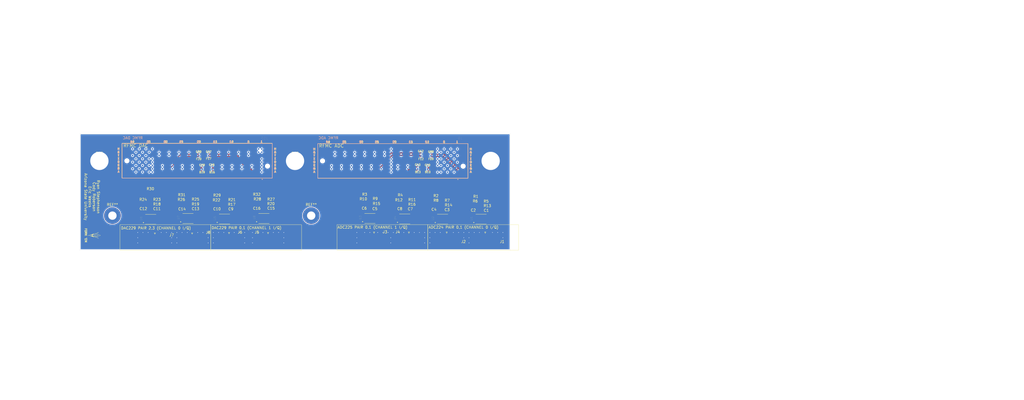
<source format=kicad_pcb>
(kicad_pcb (version 20211014) (generator pcbnew)
  (layers (0 "F.Cu" signal) (1 "In1.Cu" power) (2 "In2.Cu" signal) (31 "B.Cu" signal) (34 "B.Paste" user) (35 "F.Paste" user) (36 "B.SilkS" user "B.Silkscreen") (37 "F.SilkS" user "F.Silkscreen") (38 "B.Mask" user) (39 "F.Mask" user) (44 "Edge.Cuts" user))
  (net 0 "")
  (net 1 "Net-(C1-Pad2)")
  (net 2 "Net-(C1-Pad1)")
  (net 3 "Net-(C2-Pad2)")
  (net 4 "Net-(C2-Pad1)")
  (net 5 "Net-(C3-Pad2)")
  (net 6 "Net-(C3-Pad1)")
  (net 7 "Net-(C4-Pad2)")
  (net 8 "Net-(C4-Pad1)")
  (net 9 "Net-(C5-Pad2)")
  (net 10 "Net-(C5-Pad1)")
  (net 11 "Net-(C6-Pad2)")
  (net 12 "Net-(C6-Pad1)")
  (net 13 "Net-(C7-Pad2)")
  (net 14 "Net-(C7-Pad1)")
  (net 15 "Net-(C8-Pad2)")
  (net 16 "Net-(C8-Pad1)")
  (net 17 "Net-(C9-Pad2)")
  (net 18 "Net-(C9-Pad1)")
  (net 19 "Net-(C10-Pad2)")
  (net 20 "Net-(C10-Pad1)")
  (net 21 "Net-(C11-Pad2)")
  (net 22 "Net-(C11-Pad1)")
  (net 23 "Net-(C12-Pad2)")
  (net 24 "Net-(C12-Pad1)")
  (net 25 "Net-(C13-Pad2)")
  (net 26 "Net-(C13-Pad1)")
  (net 27 "Net-(C14-Pad2)")
  (net 28 "Net-(C14-Pad1)")
  (net 29 "Net-(C15-Pad2)")
  (net 30 "Net-(C15-Pad1)")
  (net 31 "Net-(C16-Pad2)")
  (net 32 "Net-(C16-Pad1)")
  (net 33 "Net-(J1-Pad1)")
  (net 34 "GND")
  (net 35 "Net-(J2-Pad1)")
  (net 36 "Net-(J3-Pad1)")
  (net 37 "Net-(J4-Pad1)")
  (net 38 "Net-(J5-Pad1)")
  (net 39 "Net-(J6-Pad1)")
  (net 40 "Net-(J7-Pad1)")
  (net 41 "Net-(J8-Pad1)")
  (net 42 "ADC_A0_P")
  (net 43 "ADC_A0_N")
  (net 44 "ADC_A1_P")
  (net 45 "ADC_A1_N")
  (net 46 "ADC_B0_N")
  (net 47 "ADC_B0_P")
  (net 48 "ADC_B1_N")
  (net 49 "ADC_B1_P")
  (net 50 "DAC_B0_N")
  (net 51 "DAC_B0_P")
  (net 52 "DAC_A1_P")
  (net 53 "DAC_A1_N")
  (net 54 "DAC_A0_P")
  (net 55 "DAC_A0_N")
  (net 56 "DAC_B1_N")
  (net 57 "DAC_B1_P")
  (net 58 "/FMC BANK 0 (ADC)/ADCIO_02")
  (net 59 "/FMC BANK 0 (ADC)/ADCIO_07")
  (net 60 "/FMC BANK 0 (ADC)/ADCIO_12")
  (net 61 "/FMC BANK 0 (ADC)/ADCIO_17")
  (net 62 "/FMC BANK 0 (ADC)/ADCIO_18")
  (net 63 "/FMC BANK 0 (ADC)/ADCIO_19")
  (net 64 "/FMC BANK 0 (ADC)/UTIL_3V3")
  (net 65 "/FMC BANK 0 (ADC)/VCM23_227")
  (net 66 "ADC_D1_P")
  (net 67 "ADC_C1_P")
  (net 68 "ADC_D1_N")
  (net 69 "ADC_C1_N")
  (net 70 "ADC_D0_P")
  (net 71 "ADC_C0_P")
  (net 72 "ADC_D0_N")
  (net 73 "ADC_C0_N")
  (net 74 "/FMC BANK 0 (ADC)/ADCIO_15")
  (net 75 "/FMC BANK 0 (ADC)/ADCIO_16")
  (net 76 "/FMC BANK 0 (ADC)/RFMC_I2C_SCL")
  (net 77 "/FMC BANK 0 (ADC)/VCM01_227")
  (net 82 "/FMC BANK 0 (ADC)/ADC_CLKIN_1_P")
  (net 83 "/FMC BANK 0 (ADC)/ADC_CLKIN_3_P")
  (net 84 "/FMC BANK 0 (ADC)/ADCIO_13")
  (net 85 "/FMC BANK 0 (ADC)/ADCIO_14")
  (net 86 "/FMC BANK 0 (ADC)/VCM23_226")
  (net 91 "/FMC BANK 0 (ADC)/ADC_CLKIN_1_N")
  (net 92 "/FMC BANK 0 (ADC)/ADC_CLKIN_3_N")
  (net 93 "/FMC BANK 0 (ADC)/ADCIO_10")
  (net 94 "/FMC BANK 0 (ADC)/ADCIO_11")
  (net 95 "/FMC BANK 0 (ADC)/RFMC_I2C_SDA")
  (net 96 "/FMC BANK 0 (ADC)/VCM01_226")
  (net 97 "/FMC BANK 0 (ADC)/ADCIO_08")
  (net 98 "/FMC BANK 0 (ADC)/ADCIO_09")
  (net 99 "/FMC BANK 0 (ADC)/VCM23_225")
  (net 100 "/FMC BANK 0 (ADC)/ADCIO_05")
  (net 101 "/FMC BANK 0 (ADC)/ADCIO_06")
  (net 102 "/FMC BANK 0 (ADC)/VCC1V8_BUS")
  (net 103 "/FMC BANK 0 (ADC)/VCM01_225")
  (net 108 "/FMC BANK 0 (ADC)/ADC_CLKIN_0_P")
  (net 109 "/FMC BANK 0 (ADC)/ADC_CLKIN_2_P")
  (net 110 "/FMC BANK 0 (ADC)/ADCIO_03")
  (net 111 "/FMC BANK 0 (ADC)/VCM23_224")
  (net 116 "/FMC BANK 0 (ADC)/ADC_CLKIN_0_N")
  (net 117 "/FMC BANK 0 (ADC)/ADC_CLKIN_2_N")
  (net 118 "/FMC BANK 0 (ADC)/ADCIO_00")
  (net 119 "/FMC BANK 0 (ADC)/ADCIO_01")
  (net 120 "/FMC BANK 0 (ADC)/VCM01_224")
  (net 139 "/FMC BANK 1 (DAC)/VCC12_SW")
  (net 140 "/FMC BANK 1 (DAC)/DAC_AVTT_BUS")
  (net 141 "/FMC BANK 1 (DAC)/UTIL_3V3")
  (net 142 "/FMC BANK 1 (DAC)/DACIO_17")
  (net 143 "/FMC BANK 1 (DAC)/DACIO_18")
  (net 144 "/FMC BANK 1 (DAC)/DACIO_19")
  (net 145 "/FMC BANK 1 (DAC)/DAC_CLKIN_1_P")
  (net 146 "/FMC BANK 1 (DAC)/DAC_CLKIN_3_P")
  (net 147 "/FMC BANK 1 (DAC)/RFMC_DAC_01_P")
  (net 148 "/FMC BANK 1 (DAC)/RFMC_DAC_03_P")
  (net 151 "/FMC BANK 1 (DAC)/DACIO_15")
  (net 152 "/FMC BANK 1 (DAC)/DACIO_16")
  (net 153 "/FMC BANK 1 (DAC)/DAC_CLKIN_1_N")
  (net 154 "/FMC BANK 1 (DAC)/DAC_CLKIN_3_N")
  (net 155 "/FMC BANK 1 (DAC)/RFMC_DAC_01_N")
  (net 156 "/FMC BANK 1 (DAC)/RFMC_DAC_03_N")
  (net 159 "/FMC BANK 1 (DAC)/DACIO_12")
  (net 160 "/FMC BANK 1 (DAC)/DACIO_13")
  (net 161 "/FMC BANK 1 (DAC)/DACIO_14")
  (net 162 "/FMC BANK 1 (DAC)/DACIO_10")
  (net 163 "/FMC BANK 1 (DAC)/DACIO_11")
  (net 164 "/FMC BANK 1 (DAC)/DACIO_07")
  (net 165 "/FMC BANK 1 (DAC)/DACIO_08")
  (net 166 "/FMC BANK 1 (DAC)/DACIO_09")
  (net 167 "/FMC BANK 1 (DAC)/DAC_CLKIN_0_P")
  (net 168 "/FMC BANK 1 (DAC)/DAC_CLKIN_2_P")
  (net 169 "/FMC BANK 1 (DAC)/RFMC_DAC_00_P")
  (net 170 "/FMC BANK 1 (DAC)/RFMC_DAC_02_P")
  (net 173 "/FMC BANK 1 (DAC)/VCC1V8_BUS")
  (net 174 "/FMC BANK 1 (DAC)/DACIO_05")
  (net 175 "/FMC BANK 1 (DAC)/DACIO_06")
  (net 176 "/FMC BANK 1 (DAC)/DAC_CLKIN_0_N")
  (net 177 "/FMC BANK 1 (DAC)/DAC_CLKIN_2_N")
  (net 178 "/FMC BANK 1 (DAC)/RFMC_DAC_00_N")
  (net 179 "/FMC BANK 1 (DAC)/RFMC_DAC_02_N")
  (net 182 "/FMC BANK 1 (DAC)/DACIO_02")
  (net 183 "/FMC BANK 1 (DAC)/DACIO_03")
  (net 184 "/FMC BANK 1 (DAC)/DACIO_04")
  (net 185 "/FMC BANK 1 (DAC)/DACIO_00")
  (net 186 "/FMC BANK 1 (DAC)/DACIO_01")
  (footprint "Capacitor_SMD:C_0402_1005Metric" (layer "F.Cu") (at 212.2077 89.5427 90)
    (fp_text reference "C1")
    (fp_text value ".01u")
  )
  (footprint "Capacitor_SMD:C_0402_1005Metric" (layer "F.Cu") (at 211.1917 89.5427 90)
    (fp_text reference "C2")
    (fp_text value ".01u")
  )
  (footprint "Capacitor_SMD:C_0402_1005Metric" (layer "F.Cu") (at 197.1257 89.2667 90)
    (fp_text reference "C3")
    (fp_text value ".01u")
  )
  (footprint "Capacitor_SMD:C_0402_1005Metric" (layer "F.Cu") (at 196.1097 89.2667 90)
    (fp_text reference "C4")
    (fp_text value ".01u")
  )
  (footprint "Capacitor_SMD:C_0402_1005Metric" (layer "F.Cu") (at 169.6463 88.7273 90)
    (fp_text reference "C5")
    (fp_text value ".01u")
  )
  (footprint "Capacitor_SMD:C_0402_1005Metric" (layer "F.Cu") (at 168.6303 88.7273 90)
    (fp_text reference "C6")
    (fp_text value ".01u")
  )
  (footprint "Capacitor_SMD:C_0402_1005Metric" (layer "F.Cu") (at 183.1303 88.9873 90)
    (fp_text reference "C7")
    (fp_text value ".01u")
  )
  (footprint "Capacitor_SMD:C_0402_1005Metric" (layer "F.Cu") (at 182.1143 88.9873 90)
    (fp_text reference "C8")
    (fp_text value ".01u")
  )
  (footprint "Capacitor_SMD:C_0402_1005Metric" (layer "F.Cu") (at 113.864 88.9715 90)
    (fp_text reference "C9")
    (fp_text value ".01u")
  )
  (footprint "Capacitor_SMD:C_0402_1005Metric" (layer "F.Cu") (at 112.848 88.9715 90)
    (fp_text reference "C10")
    (fp_text value ".01u")
  )
  (footprint "Capacitor_SMD:C_0402_1005Metric" (layer "F.Cu") (at 85.3152 88.8699 90)
    (fp_text reference "C11")
    (fp_text value ".01u")
  )
  (footprint "Capacitor_SMD:C_0402_1005Metric" (layer "F.Cu") (at 84.2992 88.8699 90)
    (fp_text reference "C12")
    (fp_text value ".01u")
  )
  (footprint "Capacitor_SMD:C_0402_1005Metric" (layer "F.Cu") (at 99.9702 88.9259 90)
    (fp_text reference "C13")
    (fp_text value ".01u")
  )
  (footprint "Capacitor_SMD:C_0402_1005Metric" (layer "F.Cu") (at 98.9542 88.9259 90)
    (fp_text reference "C14")
    (fp_text value ".01u")
  )
  (footprint "Capacitor_SMD:C_0402_1005Metric" (layer "F.Cu") (at 128.9516 88.7175 90)
    (fp_text reference "C15")
    (fp_text value ".01u")
  )
  (footprint "Capacitor_SMD:C_0402_1005Metric" (layer "F.Cu") (at 127.9356 88.7175 90)
    (fp_text reference "C16")
    (fp_text value ".01u")
  )
  (footprint "Connector_Coaxial:SMA_Amphenol_132289_EdgeMount" (layer "F.Cu") (at 213.2237 101.526 -90)
    (fp_text reference "J1")
    (fp_text value "Conn_Coaxial")
  )
  (footprint "Connector_Coaxial:SMA_Amphenol_132289_EdgeMount" (layer "F.Cu") (at 198.4592 101.526 -90)
    (fp_text reference "J2")
    (fp_text value "Conn_Coaxial")
  )
  (footprint "Connector_Coaxial:SMA_Amphenol_132289_EdgeMount" (layer "F.Cu") (at 170.5988 101.526 -90)
    (fp_text reference "J3")
    (fp_text value "Conn_Coaxial")
  )
  (footprint "Connector_Coaxial:SMA_Amphenol_132289_EdgeMount" (layer "F.Cu") (at 183.9558 101.526 -90)
    (fp_text reference "J4")
    (fp_text value "Conn_Coaxial")
  )
  (footprint "Connector_Coaxial:SMA_Amphenol_132289_EdgeMount" (layer "F.Cu") (at 115.007 101.6995 -90)
    (fp_text reference "J6")
    (fp_text value "Conn_Coaxial")
  )
  (footprint "Connector_Coaxial:SMA_Amphenol_132289_EdgeMount" (layer "F.Cu") (at 86.5725 101.8519 -90)
    (fp_text reference "J7")
    (fp_text value "Conn_Coaxial")
  )
  (footprint "Connector_Coaxial:SMA_Amphenol_132289_EdgeMount" (layer "F.Cu") (at 100.8592 101.8519 -90)
    (fp_text reference "J8")
    (fp_text value "Conn_Coaxial")
  )
  (footprint "Connector_Coaxial:SMA_Amphenol_132289_EdgeMount" (layer "F.Cu") (at 129.9676 101.6995 -90)
    (fp_text reference "J5")
    (fp_text value "Conn_Coaxial")
  )
  (footprint "Resistor_SMD:R_0402_1005Metric" (layer "F.Cu") (at 211.6977 84.1807 180)
    (fp_text reference "R1")
    (fp_text value "590")
  )
  (footprint "Resistor_SMD:R_0402_1005Metric" (layer "F.Cu") (at 196.6197 83.9047 180)
    (fp_text reference "R2")
    (fp_text value "590")
  )
  (footprint "Resistor_SMD:R_0402_1005Metric" (layer "F.Cu") (at 169.1363 83.3653 180)
    (fp_text reference "R3")
    (fp_text value "590")
  )
  (footprint "Resistor_SMD:R_0402_1005Metric" (layer "F.Cu") (at 182.6243 83.6253 180)
    (fp_text reference "R4")
    (fp_text value "590")
  )
  (footprint "Resistor_SMD:R_0402_1005Metric" (layer "F.Cu") (at 212.2077 85.9567 90)
    (fp_text reference "R5")
    (fp_text value "17.4")
  )
  (footprint "Resistor_SMD:R_0402_1005Metric" (layer "F.Cu") (at 211.1917 85.9567 90)
    (fp_text reference "R6")
    (fp_text value "17.4")
  )
  (footprint "Resistor_SMD:R_0402_1005Metric" (layer "F.Cu") (at 197.1257 85.6807 90)
    (fp_text reference "R7")
    (fp_text value "17.4")
  )
  (footprint "Resistor_SMD:R_0402_1005Metric" (layer "F.Cu") (at 196.1097 85.6807 90)
    (fp_text reference "R8")
    (fp_text value "17.4")
  )
  (footprint "Resistor_SMD:R_0402_1005Metric" (layer "F.Cu") (at 169.6463 85.1413 90)
    (fp_text reference "R9")
    (fp_text value "17.4")
  )
  (footprint "Resistor_SMD:R_0402_1005Metric" (layer "F.Cu") (at 168.6303 85.1413 90)
    (fp_text reference "R10")
    (fp_text value "17.4")
  )
  (footprint "Resistor_SMD:R_0402_1005Metric" (layer "F.Cu") (at 183.1303 85.4013 90)
    (fp_text reference "R11")
    (fp_text value "17.4")
  )
  (footprint "Resistor_SMD:R_0402_1005Metric" (layer "F.Cu") (at 182.1143 85.4013 90)
    (fp_text reference "R12")
    (fp_text value "17.4")
  )
  (footprint "Resistor_SMD:R_0402_1005Metric" (layer "F.Cu") (at 211.7017 87.7367 180)
    (fp_text reference "R13")
    (fp_text value "590")
  )
  (footprint "Resistor_SMD:R_0402_1005Metric" (layer "F.Cu") (at 196.6157 87.4607 180)
    (fp_text reference "R14")
    (fp_text value "590")
  )
  (footprint "Resistor_SMD:R_0402_1005Metric" (layer "F.Cu") (at 169.1363 86.9213 180)
    (fp_text reference "R15")
    (fp_text value "590")
  )
  (footprint "Resistor_SMD:R_0402_1005Metric" (layer "F.Cu") (at 182.6203 87.1813 180)
    (fp_text reference "R16")
    (fp_text value "590")
  )
  (footprint "Resistor_SMD:R_0402_1005Metric" (layer "F.Cu") (at 113.354 87.2215)
    (fp_text reference "R17")
    (fp_text value "590")
  )
  (footprint "Resistor_SMD:R_0402_1005Metric" (layer "F.Cu") (at 84.8092 87.1199)
    (fp_text reference "R18")
    (fp_text value "590")
  )
  (footprint "Resistor_SMD:R_0402_1005Metric" (layer "F.Cu") (at 99.4602 87.1199)
    (fp_text reference "R19")
    (fp_text value "590")
  )
  (footprint "Resistor_SMD:R_0402_1005Metric" (layer "F.Cu") (at 128.4416 86.9675)
    (fp_text reference "R20")
    (fp_text value "590")
  )
  (footprint "Resistor_SMD:R_0402_1005Metric" (layer "F.Cu") (at 113.864 85.4923 90)
    (fp_text reference "R21")
    (fp_text value "17.4")
  )
  (footprint "Resistor_SMD:R_0402_1005Metric" (layer "F.Cu") (at 112.848 85.4923 90)
    (fp_text reference "R22")
    (fp_text value "17.4")
  )
  (footprint "Resistor_SMD:R_0402_1005Metric" (layer "F.Cu") (at 85.3152 85.3439 90)
    (fp_text reference "R23")
    (fp_text value "17.4")
  )
  (footprint "Resistor_SMD:R_0402_1005Metric" (layer "F.Cu") (at 84.2992 85.3439 90)
    (fp_text reference "R24")
    (fp_text value "17.4")
  )
  (footprint "Resistor_SMD:R_0402_1005Metric" (layer "F.Cu") (at 99.9702 85.3399 90)
    (fp_text reference "R25")
    (fp_text value "17.4")
  )
  (footprint "Resistor_SMD:R_0402_1005Metric" (layer "F.Cu") (at 98.9542 85.3399 90)
    (fp_text reference "R26")
    (fp_text value "17.4")
  )
  (footprint "Resistor_SMD:R_0402_1005Metric" (layer "F.Cu") (at 128.9516 85.1875 90)
    (fp_text reference "R27")
    (fp_text value "17.4")
  )
  (footprint "Resistor_SMD:R_0402_1005Metric" (layer "F.Cu") (at 127.9356 85.1875 90)
    (fp_text reference "R28")
    (fp_text value "17.4")
  )
  (footprint "Resistor_SMD:R_0402_1005Metric" (layer "F.Cu") (at 113.354 83.6655)
    (fp_text reference "R29")
    (fp_text value "590")
  )
  (footprint "Resistor_SMD:R_0402_1005Metric" (layer "F.Cu") (at 84.8052 83.5639)
    (fp_text reference "R30")
    (fp_text value "590")
  )
  (footprint "Resistor_SMD:R_0402_1005Metric" (layer "F.Cu") (at 99.4642 83.5639)
    (fp_text reference "R31")
    (fp_text value "590")
  )
  (footprint "Resistor_SMD:R_0402_1005Metric" (layer "F.Cu") (at 128.4416 83.4115)
    (fp_text reference "R32")
    (fp_text value "590")
  )
  (footprint "MINICIRCUITS:XFMR_TCM2-33WX+" (layer "F.Cu") (at 211.6337 92.9 90)
    (fp_text reference "U1")
    (fp_text value "TCM2-33WX+")
  )
  (footprint "MINICIRCUITS:XFMR_TCM2-33WX+" (layer "F.Cu") (at 196.8692 92.9 90)
    (fp_text reference "U2")
    (fp_text value "TCM2-33WX+")
  )
  (footprint "MINICIRCUITS:XFMR_TCM2-33WX+" (layer "F.Cu") (at 169.008793 92.572801 90)
    (fp_text reference "U3")
    (fp_text value "TCM2-33WX+")
  )
  (footprint "MINICIRCUITS:XFMR_TCM2-33WX+" (layer "F.Cu") (at 182.3658 92.8328 90)
    (fp_text reference "U4")
    (fp_text value "TCM2-33WX+")
  )
  (footprint "MINICIRCUITS:XFMR_TCM2-33WX+" (layer "F.Cu") (at 113.2646 92.8603 90)
    (fp_text reference "U5")
    (fp_text value "TCM2-33WX+")
  )
  (footprint "MINICIRCUITS:XFMR_TCM2-33WX+" (layer "F.Cu") (at 84.9825 92.9365 90)
    (fp_text reference "U6")
    (fp_text value "TCM2-33WX+")
  )
  (footprint "MINICIRCUITS:XFMR_TCM2-33WX+" (layer "F.Cu") (at 99.2692 92.6444 90)
    (fp_text reference "U7")
    (fp_text value "TCM2-33WX+")
  )
  (footprint "MINICIRCUITS:XFMR_TCM2-33WX+" (layer "F.Cu") (at 128.3776 92.6063 90)
    (fp_text reference "U8")
    (fp_text value "TCM2-33WX+")
  )
  (footprint "MountingHole:MountingHole_2.2mm_M2_DIN965_Pad" (layer "F.Cu") (at 140.3104 70.526)
    (fp_text reference "REF")
    (fp_text value "MountingHole_2.2mm_M2_DIN965_Pad")
  )
  (footprint "MountingHole:MountingHole_2.2mm_M2_DIN965_Pad" (layer "F.Cu") (at 65.3042 70.526)
    (fp_text reference "REF")
    (fp_text value "MountingHole_2.2mm_M2_DIN965_Pad")
  )
  (footprint "LOGO" (layer "F.Cu") (at 63.3 99.1 -90)
    (fp_text reference "G***")
    (fp_text value "LOGO" hide)
  )
  (footprint "MountingHole:MountingHole_3.2mm_M3_Pad" (layer "F.Cu") (at 70.3042 91.526)
    (fp_text reference "REF**")
    (fp_text value "MountingHole_3.2mm_M3_Pad")
  )
  (footprint "MountingHole:MountingHole_3.2mm_M3_Pad" (layer "F.Cu") (at 146.5042 91.526)
    (fp_text reference "REF**")
    (fp_text value "MountingHole_3.2mm_M3_Pad")
  )
  (footprint "MountingHole:MountingHole_2.2mm_M2_DIN965_Pad" (layer "F.Cu") (at 215.3039 70.526)
    (fp_text reference "e")
    (fp_text value "MountingHole_2.2mm_M2_DIN965_Pad")
  )
  (footprint "LPAM:SAMTEC_LPAM-40-01.0-X-08-X-K-TR" (layer "B.Cu") (at 102.80536 70.494 180)
    (fp_text reference "J10")
    (fp_text value "LPAM-40-01.0-X-08-X-K-TR")
  )
  (footprint "LPAM:SAMTEC_LPAM-40-01.0-X-08-X-K-TR" (layer "B.Cu") (at 177.805048 70.526 180)
    (fp_text reference "J9")
    (fp_text value "LPAM-40-01.0-X-08-X-K-TR")
  )
  (gr_rect (start 149.05 63.9) (end 206.6 77.2) (layer "F.SilkS") (width 0.12) (fill none))
  (gr_rect (start 108 95) (end 142.8 104.8) (layer "F.SilkS") (width 0.12) (fill none))
  (gr_rect (start 191.2 95) (end 226 104.8) (layer "F.SilkS") (width 0.12) (fill none))
  (gr_rect (start 73.2 95) (end 108 104.8) (layer "F.SilkS") (width 0.12) (fill none))
  (gr_rect (start 156.4 95) (end 191.2 104.8) (layer "F.SilkS") (width 0.12) (fill none))
  (gr_rect (start 73.95 63.75) (end 131.6 77.1) (layer "F.SilkS") (width 0.12) (fill none))
  (gr_line (start 222.7842 104.689) (end 222.7842 60.08) (layer "Edge.Cuts") (width 0.05))
  (gr_line (start 222.7842 104.689) (end 57.6842 104.689) (layer "Edge.Cuts") (width 0.05))
  (gr_line (start 57.8842 60.08) (end 57.8842 104.689) (layer "Edge.Cuts") (width 0.05))
  (gr_line (start 222.7842 60.08) (end 57.8842 60.08) (layer "Edge.Cuts") (width 0.05))
  (gr_text "D" (at 207.580844 70.927151) (layer "B.SilkS") (effects (font (size 0.75 0.75) (thickness 0.1875)) (justify mirror)))
  (gr_text "D" (at 132.6 70.95) (layer "B.SilkS") (effects (font (size 0.75 0.75) (thickness 0.1875)) (justify mirror)))
  (gr_text "40" (at 152.85 63.2) (layer "B.SilkS") (effects (font (size 0.75 0.75) (thickness 0.1875)) (justify mirror)))
  (gr_text "30" (at 165.6 63.2) (layer "B.SilkS") (effects (font (size 0.75 0.75) (thickness 0.1875)) (justify mirror)))
  (gr_text "20" (at 103.345827 63.198096) (layer "B.SilkS") (effects (font (size 0.75 0.75) (thickness 0.1875)) (justify mirror)))
  (gr_text "H" (at 132.6 65.95) (layer "B.SilkS") (effects (font (size 0.75 0.75) (thickness 0.1875)) (justify mirror)))
  (gr_text "E" (at 147.590481 69.686627) (layer "B.SilkS") (effects (font (size 0.75 0.75) (thickness 0.1875)) (justify mirror)))
  (gr_text "D" (at 72.6 70.95) (layer "B.SilkS") (effects (font (size 0.75 0.75) (thickness 0.1875)) (justify mirror)))
  (gr_text "C" (at 147.590481 72.186627) (layer "B.SilkS") (effects (font (size 0.75 0.75) (thickness 0.1875)) (justify mirror)))
  (gr_text "D" (at 147.590481 70.936627) (layer "B.SilkS") (effects (font (size 0.75 0.75) (thickness 0.1875)) (justify mirror)))
  (gr_text "C" (at 207.580844 72.177151) (layer "B.SilkS") (effects (font (size 0.75 0.75) (thickness 0.1875)) (justify mirror)))
  (gr_text "25" (at 96.6 63.2) (layer "B.SilkS") (effects (font (size 0.75 0.75) (thickness 0.1875)) (justify mirror)))
  (gr_text "10" (at 115.85 63.2) (layer "B.SilkS") (effects (font (size 0.75 0.75) (thickness 0.1875)) (justify mirror)))
  (gr_text "F" (at 207.580844 68.427151) (layer "B.SilkS") (effects (font (size 0.75 0.75) (thickness 0.1875)) (justify mirror)))
  (gr_text "40" (at 77.85 63.2) (layer "B.SilkS") (effects (font (size 0.75 0.75) (thickness 0.1875)) (justify mirror)))
  (gr_text "H" (at 72.6 65.95) (layer "B.SilkS") (effects (font (size 0.75 0.75) (thickness 0.1875)) (justify mirror)))
  (gr_text "10" (at 190.85 63.2) (layer "B.SilkS") (effects (font (size 0.75 0.75) (thickness 0.1875)) (justify mirror)))
  (gr_text "G" (at 72.6 67.2) (layer "B.SilkS") (effects (font (size 0.75 0.75) (thickness 0.1875)) (justify mirror)))
  (gr_text "30" (at 90.6 63.2) (layer "B.SilkS") (effects (font (size 0.75 0.75) (thickness 0.1875)) (justify mirror)))
  (gr_text "A" (at 132.6 74.7) (layer "B.SilkS") (effects (font (size 0.75 0.75) (thickness 0.1875)) (justify mirror)))
  (gr_text "A" (at 207.580844 74.677151) (layer "B.SilkS") (effects (font (size 0.75 0.75) (thickness 0.1875)) (justify mirror)))
  (gr_text "E" (at 207.580844 69.677151) (layer "B.SilkS") (effects (font (size 0.75 0.75) (thickness 0.1875)) (justify mirror)))
  (gr_text "B" (at 207.580844 73.427151) (layer "B.SilkS") (effects (font (size 0.75 0.75) (thickness 0.1875)) (justify mirror)))
  (gr_text "5" (at 197.35 63.2) (layer "B.SilkS") (effects (font (size 0.75 0.75) (thickness 0.1875)) (justify mirror)))
  (gr_text "35" (at 159.1 63.2) (layer "B.SilkS") (effects (font (size 0.75 0.75) (thickness 0.1875)) (justify mirror)))
  (gr_text "B" (at 147.590481 73.436627) (layer "B.SilkS") (effects (font (size 0.75 0.75) (thickness 0.1875)) (justify mirror)))
  (gr_text "E" (at 72.6 69.7) (layer "B.SilkS") (effects (font (size 0.75 0.75) (thickness 0.1875)) (justify mirror)))
  (gr_text "RFMC ADC" (at 153.1 61.7) (layer "B.SilkS") (effects (font (size 1 1)) (justify mirror)))
  (gr_text "G" (at 207.580844 67.177151) (layer "B.SilkS") (effects (font (size 0.75 0.75) (thickness 0.1875)) (justify mirror)))
  (gr_text "1" (at 127.345827 63.198096) (layer "B.SilkS") (effects (font (size 0.75 0.75) (thickness 0.1875)) (justify mirror)))
  (gr_text "C" (at 72.6 72.2) (layer "B.SilkS") (effects (font (size 0.75 0.75) (thickness 0.1875)) (justify mirror)))
  (gr_text "H" (at 207.580844 65.927151) (layer "B.SilkS") (effects (font (size 0.75 0.75) (thickness 0.1875)) (justify mirror)))
  (gr_text "A" (at 72.6 74.7) (layer "B.SilkS") (effects (font (size 0.75 0.75) (thickness 0.1875)) (justify mirror)))
  (gr_text "A" (at 147.590481 74.686627) (layer "B.SilkS") (effects (font (size 0.75 0.75) (thickness 0.1875)) (justify mirror)))
  (gr_text "5" (at 122.35 63.2) (layer "B.SilkS") (effects (font (size 0.75 0.75) (thickness 0.1875)) (justify mirror)))
  (gr_text "20" (at 178.35 63.2) (layer "B.SilkS") (effects (font (size 0.75 0.75) (thickness 0.1875)) (justify mirror)))
  (gr_text "35" (at 84.1 63.2) (layer "B.SilkS") (effects (font (size 0.75 0.75) (thickness 0.1875)) (justify mirror)))
  (gr_text "15" (at 109.6 63.2) (layer "B.SilkS") (effects (font (size 0.75 0.75) (thickness 0.1875)) (justify mirror)))
  (gr_text "B" (at 132.6 73.45) (layer "B.SilkS") (effects (font (size 0.75 0.75) (thickness 0.1875)) (justify mirror)))
  (gr_text "G" (at 132.6 67.2) (layer "B.SilkS") (effects (font (size 0.75 0.75) (thickness 0.1875)) (justify mirror)))
  (gr_text "1" (at 202.35 63.2) (layer "B.SilkS") (effects (font (size 0.75 0.75) (thickness 0.1875)) (justify mirror)))
  (gr_text "F" (at 72.6 68.45) (layer "B.SilkS") (effects (font (size 0.75 0.75) (thickness 0.1875)) (justify mirror)))
  (gr_text "C" (at 132.6 72.2) (layer "B.SilkS") (effects (font (size 0.75 0.75) (thickness 0.1875)) (justify mirror)))
  (gr_text "F" (at 132.6 68.45) (layer "B.SilkS") (effects (font (size 0.75 0.75) (thickness 0.1875)) (justify mirror)))
  (gr_text "B" (at 72.6 73.45) (layer "B.SilkS") (effects (font (size 0.75 0.75) (thickness 0.1875)) (justify mirror)))
  (gr_text "25" (at 171.6 63.2) (layer "B.SilkS") (effects (font (size 0.75 0.75) (thickness 0.1875)) (justify mirror)))
  (gr_text "RFMC DAC" (at 78.1 61.7) (layer "B.SilkS") (effects (font (size 1 1)) (justify mirror)))
  (gr_text "E" (at 132.6 69.7) (layer "B.SilkS") (effects (font (size 0.75 0.75) (thickness 0.1875)) (justify mirror)))
  (gr_text "15" (at 184.6 63.2) (layer "B.SilkS") (effects (font (size 0.75 0.75) (thickness 0.1875)) (justify mirror)))
  (gr_text "G" (at 147.590481 67.186627) (layer "B.SilkS") (effects (font (size 0.75 0.75) (thickness 0.1875)) (justify mirror)))
  (gr_text "H" (at 147.590481 65.936627) (layer "B.SilkS") (effects (font (size 0.75 0.75) (thickness 0.1875)) (justify mirror)))
  (gr_text "F" (at 147.590481 68.436627) (layer "B.SilkS") (effects (font (size 0.75 0.75) (thickness 0.1875)) (justify mirror)))
  (gr_text "C" (at 147.75 72.25) (layer "F.SilkS") (effects (font (size 0.75 0.75) (thickness 0.1875))))
  (gr_text "G" (at 147.75 67.25) (layer "F.SilkS") (effects (font (size 0.75 0.75) (thickness 0.1875))))
  (gr_text "FORK 'EM" (at 60.1 99.1 270) (layer "F.SilkS") (effects (font (size 0.75 0.75) (thickness 0.1875))))
  (gr_text "DAC229 PAIR 0,1 (CHANNEL 1 I/Q)" (at 121.7 96.2) (layer "F.SilkS") (effects (font (size 1 1))))
  (gr_text "5" (at 197.5 63.25) (layer "F.SilkS") (effects (font (size 0.75 0.75) (thickness 0.1875))))
  (gr_text "15" (at 109.745827 63.148096) (layer "F.SilkS") (effects (font (size 0.75 0.75) (thickness 0.1875))))
  (gr_text "G20" (at 103.35 67) (layer "F.SilkS") (effects (font (size 0.75 0.75))))
  (gr_text "A" (at 72.681226 74.618216) (layer "F.SilkS") (effects (font (size 0.75 0.75) (thickness 0.1875))))
  (gr_text "1" (at 127.5 63.15) (layer "F.SilkS") (effects (font (size 0.75 0.75) (thickness 0.1875))))
  (gr_text "B10" (at 191.2 74.8) (layer "F.SilkS") (effects (font (size 0.75 0.75))))
  (gr_text "F09" (at 192.4 69.8) (layer "F.SilkS") (effects (font (size 0.75 0.75))))
  (gr_text "C" (at 207.75 72.25) (layer "F.SilkS") (effects (font (size 0.75 0.75) (thickness 0.1875))))
  (gr_text "C13" (at 187.3 72) (layer "F.SilkS") (effects (font (size 0.75 0.75))))
  (gr_text "25" (at 171.75 63.25) (layer "F.SilkS") (effects (font (size 0.75 0.75) (thickness 0.1875))))
  (gr_text "D" (at 207.75 71) (layer "F.SilkS") (effects (font (size 0.75 0.75) (thickness 0.1875))))
  (gr_text "40" (at 77.995827 63.148096) (layer "F.SilkS") (effects (font (size 0.75 0.75) (thickness 0.1875))))
  (gr_text "B13" (at 187.4 74.8) (layer "F.SilkS") (effects (font (size 0.75 0.75))))
  (gr_text "D" (at 147.75 71) (layer "F.SilkS") (effects (font (size 0.75 0.75) (thickness 0.1875))))
  (gr_text "E" (at 207.75 69.75) (layer "F.SilkS") (effects (font (size 0.75 0.75) (thickness 0.1875))))
  (gr_text "40" (at 153 63.25) (layer "F.SilkS") (effects (font (size 0.75 0.75) (thickness 0.1875))))
  (gr_text "F" (at 132.75 68.4) (layer "F.SilkS") (effects (font (size 0.75 0.75) (thickness 0.1875))))
  (gr_text "5" (at 122.495827 63.148096) (layer "F.SilkS") (effects (font (size 0.75 0.75) (thickness 0.1875))))
  (gr_text "B" (at 147.75 73.5) (layer "F.SilkS") (effects (font (size 0.75 0.75) (thickness 0.1875))))
  (gr_text "E" (at 132.75 69.65) (layer "F.SilkS") (effects (font (size 0.75 0.75) (thickness 0.1875))))
  (gr_text "D" (at 72.681226 70.868216) (layer "F.SilkS") (effects (font (size 0.75 0.75) (thickness 0.1875))))
  (gr_text "B" (at 207.75 73.5) (layer "F.SilkS") (effects (font (size 0.75 0.75) (thickness 0.1875))))
  (gr_text "Ryan Stephenson\nCody Roberson\nEric Weeks\nArizona State University" (at 62.5 84.3 270) (layer "F.SilkS") (effects (font (size 1 1))))
  (gr_text "G17" (at 107.2 67) (layer "F.SilkS") (effects (font (size 0.75 0.75))))
  (gr_text "F" (at 207.75 68.5) (layer "F.SilkS") (effects (font (size 0.75 0.75) (thickness 0.1875))))
  (gr_text "20" (at 103.5 63.15) (layer "F.SilkS") (effects (font (size 0.75 0.75) (thickness 0.1875))))
  (gr_text "H" (at 207.75 66) (layer "F.SilkS") (effects (font (size 0.75 0.75) (thickness 0.1875))))
  (gr_text "C10" (at 191.1 72.1) (layer "F.SilkS") (effects (font (size 0.75 0.75))))
  (gr_text "ADC225 PAIR 0,1 (CHANNEL 1 I/Q)" (at 170 96) (layer "F.SilkS") (effects (font (size 1 1))))
  (gr_text "F17" (at 107.2 69.7) (layer "F.SilkS") (effects (font (size 0.75 0.75))))
  (gr_text "15" (at 184.75 63.25) (layer "F.SilkS") (effects (font (size 0.75 0.75) (thickness 0.1875))))
  (gr_text "H" (at 72.681226 65.868216) (layer "F.SilkS") (effects (font (size 0.75 0.75) (thickness 0.1875))))
  (gr_text "20" (at 178.5 63.25) (layer "F.SilkS") (effects (font (size 0.75 0.75) (thickness 0.1875))))
  (gr_text "C19" (at 104.65 72.1) (layer "F.SilkS") (effects (font (size 0.75 0.75))))
  (gr_text "DAC229 PAIR 2,3 (CHANNEL 0 I/Q)" (at 87 96.3) (layer "F.SilkS") (effects (font (size 1 1))))
  (gr_text "35" (at 159.25 63.25) (layer "F.SilkS") (effects (font (size 0.75 0.75) (thickness 0.1875))))
  (gr_text "35" (at 84.245827 63.148096) (layer "F.SilkS") (effects (font (size 0.75 0.75) (thickness 0.1875))))
  (gr_text "C" (at 72.681226 72.118216) (layer "F.SilkS") (effects (font (size 0.75 0.75) (thickness 0.1875))))
  (gr_text "A" (at 147.75 74.75) (layer "F.SilkS") (effects (font (size 0.75 0.75) (thickness 0.1875))))
  (gr_text "G09" (at 192.4 67) (layer "F.SilkS") (effects (font (size 0.75 0.75))))
  (gr_text "G" (at 207.75 67.25) (layer "F.SilkS") (effects (font (size 0.75 0.75) (thickness 0.1875))))
  (gr_text "G" (at 132.75 67.15) (layer "F.SilkS") (effects (font (size 0.75 0.75) (thickness 0.1875))))
  (gr_text "A" (at 132.75 74.65) (layer "F.SilkS") (effects (font (size 0.75 0.75) (thickness 0.1875))))
  (gr_text "C16" (at 108.4 72) (layer "F.SilkS") (effects (font (size 0.75 0.75))))
  (gr_text "1" (at 202.5 63.25) (layer "F.SilkS") (effects (font (size 0.75 0.75) (thickness 0.1875))))
  (gr_text "G12" (at 188.5 66.8) (layer "F.SilkS") (effects (font (size 0.75 0.75))))
  (gr_text "C" (at 132.75 72.15) (layer "F.SilkS") (effects (font (size 0.75 0.75) (thickness 0.1875))))
  (gr_text "B19" (at 104.65 74.9) (layer "F.SilkS") (effects (font (size 0.75 0.75))))
  (gr_text "H" (at 147.75 66) (layer "F.SilkS") (effects (font (size 0.75 0.75) (thickness 0.1875))))
  (gr_text "A" (at 207.75 74.75) (layer "F.SilkS") (effects (font (size 0.75 0.75) (thickness 0.1875))))
  (gr_text "F12" (at 188.6 69.8) (layer "F.SilkS") (effects (font (size 0.75 0.75))))
  (gr_text "RFMC ADC" (at 154.25 64.75) (layer "F.SilkS") (effects (font (size 1.25 1.25))))
  (gr_text "RFMC DAC" (at 79.25 64.65) (layer "F.SilkS") (effects (font (size 1.25 1.25))))
  (gr_text "F20" (at 103.4 69.8) (layer "F.SilkS") (effects (font (size 0.75 0.75))))
  (gr_text "G" (at 72.681226 67.118216) (layer "F.SilkS") (effects (font (size 0.75 0.75) (thickness 0.1875))))
  (gr_text "B" (at 132.75 73.4) (layer "F.SilkS") (effects (font (size 0.75 0.75) (thickness 0.1875))))
  (gr_text "30" (at 90.745827 63.148096) (layer "F.SilkS") (effects (font (size 0.75 0.75) (thickness 0.1875))))
  (gr_text "E" (at 147.75 69.75) (layer "F.SilkS") (effects (font (size 0.75 0.75) (thickness 0.1875))))
  (gr_text "E" (at 72.681226 69.618216) (layer "F.SilkS") (effects (font (size 0.75 0.75) (thickness 0.1875))))
  (gr_text "F" (at 147.75 68.5) (layer "F.SilkS") (effects (font (size 0.75 0.75) (thickness 0.1875))))
  (gr_text "H" (at 132.75 65.9) (layer "F.SilkS") (effects (font (size 0.75 0.75) (thickness 0.1875))))
  (gr_text "10" (at 115.995827 63.148096) (layer "F.SilkS") (effects (font (size 0.75 0.75) (thickness 0.1875))))
  (gr_text "30" (at 165.75 63.25) (layer "F.SilkS") (effects (font (size 0.75 0.75) (thickness 0.1875))))
  (gr_text "B16" (at 108.5 74.9) (layer "F.SilkS") (effects (font (size 0.75 0.75))))
  (gr_text "F" (at 72.681226 68.368216) (layer "F.SilkS") (effects (font (size 0.75 0.75) (thickness 0.1875))))
  (gr_text "ADC224 PAIR 0,1 (CHANNEL 0 I/Q)" (at 204.9 96) (layer "F.SilkS") (effects (font (size 1 1))))
  (gr_text "B" (at 72.681226 73.368216) (layer "F.SilkS") (effects (font (size 0.75 0.75) (thickness 0.1875))))
  (gr_text "25" (at 96.745827 63.148096) (layer "F.SilkS") (effects (font (size 0.75 0.75) (thickness 0.1875))))
  (gr_text "D" (at 132.75 70.9) (layer "F.SilkS") (effects (font (size 0.75 0.75) (thickness 0.1875))))
  (gr_text "10" (at 191 63.25) (layer "F.SilkS") (effects (font (size 0.75 0.75) (thickness 0.1875))))
  (segment (start 212.2077 89.0627) (end 212.2077 86.4667) (width 0.370586) (layer "F.Cu") (net 1))
  (segment (start 213.2237 91.0437) (end 212.2077 90.0277) (width 0.25) (layer "F.Cu") (net 2))
  (segment (start 213.2237 91.63) (end 213.2237 91.0437) (width 0.25) (layer "F.Cu") (net 2))
  (segment (start 211.1917 86.4667) (end 211.1917 89.0627) (width 0.370586) (layer "F.Cu") (net 3))
  (segment (start 210.0437 91.63) (end 210.0437 91.1757) (width 0.25) (layer "F.Cu") (net 4))
  (segment (start 210.0437 91.1757) (end 211.1917 90.0277) (width 0.25) (layer "F.Cu") (net 4))
  (segment (start 197.1257 88.7867) (end 197.1257 86.1907) (width 0.370586) (layer "F.Cu") (net 5))
  (segment (start 198.4592 91.0852) (end 197.1257 89.7517) (width 0.25) (layer "F.Cu") (net 6))
  (segment (start 198.4592 91.63) (end 198.4592 91.0852) (width 0.25) (layer "F.Cu") (net 6))
  (segment (start 196.1097 86.1907) (end 196.1097 88.7867) (width 0.370586) (layer "F.Cu") (net 7))
  (segment (start 195.2792 91.63) (end 195.2792 90.5822) (width 0.25) (layer "F.Cu") (net 8))
  (segment (start 195.2792 90.5822) (end 196.1097 89.7517) (width 0.25) (layer "F.Cu") (net 8))
  (segment (start 169.6463 88.2473) (end 169.6463 85.6513) (width 0.370586) (layer "F.Cu") (net 9))
  (segment (start 170.5988 91.3028) (end 170.5988 90.1598) (width 0.370586) (layer "F.Cu") (net 10))
  (segment (start 170.5988 90.1598) (end 169.6463 89.2073) (width 0.370586) (layer "F.Cu") (net 10))
  (segment (start 168.6303 88.2473) (end 168.6303 85.6513) (width 0.370586) (layer "F.Cu") (net 11))
  (segment (start 167.4188 91.3028) (end 167.4188 90.4188) (width 0.370586) (layer "F.Cu") (net 12))
  (segment (start 167.4188 90.4188) (end 168.6303 89.2073) (width 0.370586) (layer "F.Cu") (net 12))
  (segment (start 183.1303 88.5073) (end 183.1303 85.9113) (width 0.370586) (layer "F.Cu") (net 13))
  (segment (start 183.9558 91.5628) (end 183.9558 90.2928) (width 0.370586) (layer "F.Cu") (net 14))
  (segment (start 183.9558 90.2928) (end 183.1303 89.4673) (width 0.370586) (layer "F.Cu") (net 14))
  (segment (start 182.1143 88.5073) (end 182.1143 85.9113) (width 0.370586) (layer "F.Cu") (net 15))
  (segment (start 180.7758 91.5628) (end 180.7758 90.8058) (width 0.370586) (layer "F.Cu") (net 16))
  (segment (start 180.7758 90.8058) (end 182.1143 89.4673) (width 0.370586) (layer "F.Cu") (net 16))
  (segment (start 113.864 88.4915) (end 113.864 86.0023) (width 0.370586) (layer "F.Cu") (net 17))
  (segment (start 114.8546 90.4421) (end 113.864 89.4515) (width 0.370586) (layer "F.Cu") (net 18))
  (segment (start 114.8546 91.5903) (end 114.8546 90.4421) (width 0.370586) (layer "F.Cu") (net 18))
  (segment (start 112.848 86.0023) (end 112.848 88.4915) (width 0.370586) (layer "F.Cu") (net 19))
  (segment (start 111.6746 91.5903) (end 111.6746 90.6249) (width 0.370586) (layer "F.Cu") (net 20))
  (segment (start 111.6746 90.6249) (end 112.848 89.4515) (width 0.370586) (layer "F.Cu") (net 20))
  (segment (start 85.3152 85.8539) (end 85.3152 88.3899) (width 0.370586) (layer "F.Cu") (net 21))
  (segment (start 86.5725 91.6665) (end 86.5725 90.6072) (width 0.370586) (layer "F.Cu") (net 22))
  (segment (start 86.5725 90.6072) (end 85.3152 89.3499) (width 0.370586) (layer "F.Cu") (net 22))
  (segment (start 84.2992 88.3899) (end 84.2992 85.8539) (width 0.370586) (layer "F.Cu") (net 23))
  (segment (start 83.3925 91.6665) (end 83.3925 90.2566) (width 0.370586) (layer "F.Cu") (net 24))
  (segment (start 83.3925 90.2566) (end 84.2992 89.3499) (width 0.370586) (layer "F.Cu") (net 24))
  (segment (start 99.9702 88.4459) (end 99.9702 85.8499) (width 0.370586) (layer "F.Cu") (net 25))
  (segment (start 100.8592 91.3744) (end 100.8592 90.2949) (width 0.370586) (layer "F.Cu") (net 26))
  (segment (start 100.8592 90.2949) (end 99.9702 89.4059) (width 0.370586) (layer "F.Cu") (net 26))
  (segment (start 98.9542 88.4459) (end 98.9542 85.8499) (width 0.370586) (layer "F.Cu") (net 27))
  (segment (start 97.6792 91.3744) (end 97.6792 90.6809) (width 0.370586) (layer "F.Cu") (net 28))
  (segment (start 97.6792 90.6809) (end 98.9542 89.4059) (width 0.370586) (layer "F.Cu") (net 28))
  (segment (start 128.9516 85.6975) (end 128.9516 88.2375) (width 0.370586) (layer "F.Cu") (net 29))
  (segment (start 129.9676 91.3363) (end 129.9676 90.2135) (width 0.370586) (layer "F.Cu") (net 30))
  (segment (start 129.9676 90.2135) (end 128.9516 89.1975) (width 0.370586) (layer "F.Cu") (net 30))
  (segment (start 127.9356 85.6975) (end 127.9356 88.2375) (width 0.370586) (layer "F.Cu") (net 31))
  (segment (start 126.7876 91.3363) (end 126.7876 90.3455) (width 0.370586) (layer "F.Cu") (net 32))
  (segment (start 126.7876 90.3455) (end 127.9356 89.1975) (width 0.370586) (layer "F.Cu") (net 32))
  (segment (start 213.2237 94.17) (end 213.2237 101.526) (width 0.25) (layer "F.Cu") (net 33))
  (via (at 177 102) (size 0.508) (drill 0.254) (layers "F.Cu" "B.Cu") (net 34))
  (via (at 134 98) (size 0.508) (drill 0.254) (layers "F.Cu" "B.Cu") (net 34))
  (via (at 95 100) (size 0.508) (drill 0.254) (layers "F.Cu" "B.Cu") (net 34))
  (via (at 109 100) (size 0.508) (drill 0.254) (layers "F.Cu" "B.Cu") (net 34))
  (via (at 89 98) (size 0.508) (drill 0.254) (layers "F.Cu" "B.Cu") (net 34))
  (via (at 205 98) (size 0.508) (drill 0.254) (layers "F.Cu" "B.Cu") (net 34))
  (via (at 117 98) (size 0.508) (drill 0.254) (layers "F.Cu" "B.Cu") (net 34))
  (via (at 164 98) (size 0.508) (drill 0.254) (layers "F.Cu" "B.Cu") (net 34))
  (via (at 80 98) (size 0.508) (drill 0.254) (layers "F.Cu" "B.Cu") (net 34))
  (via (at 216 98) (size 0.508) (drill 0.254) (layers "F.Cu" "B.Cu") (net 34))
  (via (at 174 98) (size 0.508) (drill 0.254) (layers "F.Cu" "B.Cu") (net 34))
  (via (at 121 102) (size 0.508) (drill 0.254) (layers "F.Cu" "B.Cu") (net 34))
  (via (at 177 100) (size 0.508) (drill 0.254) (layers "F.Cu" "B.Cu") (net 34))
  (via (at 186 98) (size 0.508) (drill 0.254) (layers "F.Cu" "B.Cu") (net 34))
  (via (at 124 102) (size 0.508) (drill 0.254) (layers "F.Cu" "B.Cu") (net 34))
  (via (at 132 98) (size 0.508) (drill 0.254) (layers "F.Cu" "B.Cu") (net 34))
  (via (at 128 98) (size 0.508) (drill 0.254) (layers "F.Cu" "B.Cu") (net 34))
  (via (at 196 98) (size 0.508) (drill 0.254) (layers "F.Cu" "B.Cu") (net 34))
  (via (at 109 98) (size 0.508) (drill 0.254) (layers "F.Cu" "B.Cu") (net 34))
  (via (at 105 98) (size 0.508) (drill 0.254) (layers "F.Cu" "B.Cu") (net 34))
  (via (at 95 98) (size 0.508) (drill 0.254) (layers "F.Cu" "B.Cu") (net 34))
  (via (at 111 98) (size 0.508) (drill 0.254) (layers "F.Cu" "B.Cu") (net 34))
  (via (at 169 98) (size 0.508) (drill 0.254) (layers "F.Cu" "B.Cu") (net 34))
  (via (at 190 98) (size 0.508) (drill 0.254) (layers "F.Cu" "B.Cu") (net 34))
  (via (at 136 102) (size 0.508) (drill 0.254) (layers "F.Cu" "B.Cu") (net 34))
  (via (at 80 102) (size 0.508) (drill 0.254) (layers "F.Cu" "B.Cu") (net 34))
  (via (at 176 98) (size 0.508) (drill 0.254) (layers "F.Cu" "B.Cu") (net 34))
  (via (at 164 102) (size 0.508) (drill 0.254) (layers "F.Cu" "B.Cu") (net 34))
  (via (at 178 98) (size 0.508) (drill 0.254) (layers "F.Cu" "B.Cu") (net 34))
  (via (at 172 98) (size 0.508) (drill 0.254) (layers "F.Cu" "B.Cu") (net 34))
  (via (at 121 98) (size 0.508) (drill 0.254) (layers "F.Cu" "B.Cu") (net 34))
  (via (at 220 100) (size 0.508) (drill 0.254) (layers "F.Cu" "B.Cu") (net 34))
  (via (at 167 98) (size 0.508) (drill 0.254) (layers "F.Cu" "B.Cu") (net 34))
  (via (at 124 98) (size 0.508) (drill 0.254) (layers "F.Cu" "B.Cu") (net 34))
  (via (at 207 102) (size 0.508) (drill 0.254) (layers "F.Cu" "B.Cu") (net 34))
  (via (at 136 100) (size 0.508) (drill 0.254) (layers "F.Cu" "B.Cu") (net 34))
  (via (at 220 102) (size 0.508) (drill 0.254) (layers "F.Cu" "B.Cu") (net 34))
  (via (at 93 100) (size 0.508) (drill 0.254) (layers "F.Cu" "B.Cu") (net 34))
  (via (at 192 100) (size 0.508) (drill 0.254) (layers "F.Cu" "B.Cu") (net 34))
  (via (at 97 98) (size 0.508) (drill 0.254) (layers "F.Cu" "B.Cu") (net 34))
  (via (at 82 98) (size 0.508) (drill 0.254) (layers "F.Cu" "B.Cu") (net 34))
  (via (at 190 100) (size 0.508) (drill 0.254) (layers "F.Cu" "B.Cu") (net 34))
  (via (at 192 98) (size 0.508) (drill 0.254) (layers "F.Cu" "B.Cu") (net 34))
  (via (at 109 102) (size 0.508) (drill 0.254) (layers "F.Cu" "B.Cu") (net 34))
  (via (at 182 98) (size 0.508) (drill 0.254) (layers "F.Cu" "B.Cu") (net 34))
  (via (at 126 98) (size 0.508) (drill 0.254) (layers "F.Cu" "B.Cu") (net 34))
  (via (at 95 102) (size 0.508) (drill 0.254) (layers "F.Cu" "B.Cu") (net 34))
  (via (at 201 98) (size 0.508) (drill 0.254) (layers "F.Cu" "B.Cu") (net 34))
  (via (at 124 100) (size 0.508) (drill 0.254) (layers "F.Cu" "B.Cu") (net 34))
  (via (at 119 98) (size 0.508) (drill 0.254) (layers "F.Cu" "B.Cu") (net 34))
  (via (at 194 98) (size 0.508) (drill 0.254) (layers "F.Cu" "B.Cu") (net 34))
  (via (at 121 100) (size 0.508) (drill 0.254) (layers "F.Cu" "B.Cu") (net 34))
  (via (at 218 98) (size 0.508) (drill 0.254) (layers "F.Cu" "B.Cu") (net 34))
  (via (at 107 100) (size 0.508) (drill 0.254) (layers "F.Cu" "B.Cu") (net 34))
  (via (at 205 100) (size 0.508) (drill 0.254) (layers "F.Cu" "B.Cu") (net 34))
  (via (at 205 102) (size 0.508) (drill 0.254) (layers "F.Cu" "B.Cu") (net 34))
  (via (at 99 98) (size 0.508) (drill 0.254) (layers "F.Cu" "B.Cu") (net 34))
  (via (at 93 98) (size 0.508) (drill 0.254) (layers "F.Cu" "B.Cu") (net 34))
  (via (at 136 98) (size 0.508) (drill 0.254) (layers "F.Cu" "B.Cu") (net 34))
  (via (at 103 98) (size 0.508) (drill 0.254) (layers "F.Cu" "B.Cu") (net 34))
  (via (at 211 98) (size 0.508) (drill 0.254) (layers "F.Cu" "B.Cu") (net 34))
  (via (at 207 100) (size 0.508) (drill 0.254) (layers "F.Cu" "B.Cu") (net 34))
  (via (at 203 98) (size 0.508) (drill 0.254) (layers "F.Cu" "B.Cu") (net 34))
  (via (at 80 100) (size 0.508) (drill 0.254) (layers "F.Cu" "B.Cu") (net 34))
  (via (at 91 98) (size 0.508) (drill 0.254) (layers "F.Cu" "B.Cu") (net 34))
  (via (at 113 98) (size 0.508) (drill 0.254) (layers "F.Cu" "B.Cu") (net 34))
  (via (at 93 102) (size 0.508) (drill 0.254) (layers "F.Cu" "B.Cu") (net 34))
  (via (at 107 98) (size 0.508) (drill 0.254) (layers "F.Cu" "B.Cu") (net 34))
  (via (at 220 98) (size 0.508) (drill 0.254) (layers "F.Cu" "B.Cu") (net 34))
  (via (at 188 98) (size 0.508) (drill 0.254) (layers "F.Cu" "B.Cu") (net 34))
  (via (at 164 100) (size 0.508) (drill 0.254) (layers "F.Cu" "B.Cu") (net 34))
  (via (at 192 102) (size 0.508) (drill 0.254) (layers "F.Cu" "B.Cu") (net 34))
  (via (at 190 102) (size 0.508) (drill 0.254) (layers "F.Cu" "B.Cu") (net 34))
  (via (at 84 98) (size 0.508) (drill 0.254) (layers "F.Cu" "B.Cu") (net 34))
  (via (at 209 98) (size 0.508) (drill 0.254) (layers "F.Cu" "B.Cu") (net 34))
  (via (at 207 98) (size 0.508) (drill 0.254) (layers "F.Cu" "B.Cu") (net 34))
  (via (at 180 98) (size 0.508) (drill 0.254) (layers "F.Cu" "B.Cu") (net 34))
  (via (at 107 102) (size 0.508) (drill 0.254) (layers "F.Cu" "B.Cu") (net 34))
  (segment (start 198.4592 94.17) (end 198.4592 101.526) (width 0.25) (layer "F.Cu") (net 35))
  (segment (start 170.5988 100.7008) (end 170.5988 93.8428) (width 0.361696) (layer "F.Cu") (net 36))
  (segment (start 183.9558 100.8973) (end 183.9558 94.1028) (width 0.361696) (layer "F.Cu") (net 37))
  (segment (start 129.9676 102.1313) (end 129.9676 93.8763) (width 0.370586) (layer "F.Cu") (net 38))
  (segment (start 114.8546 94.1303) (end 114.8546 101.9535) (width 0.370586) (layer "F.Cu") (net 39))
  (segment (start 86.5725 102.779) (end 86.5725 94.2065) (width 0.370586) (layer "F.Cu") (net 40))
  (segment (start 100.8592 102.4234) (end 100.8592 93.9144) (width 0.370586) (layer "F.Cu") (net 41))
  (segment (start 211.1897 84.1827) (end 211.1877 84.1807) (width 0.370586) (layer "F.Cu") (net 42))
  (segment (start 211.1917 85.4467) (end 211.1917 84.1847) (width 0.370586) (layer "F.Cu") (net 42))
  (segment (start 211.1917 84.1847) (end 211.1897 84.1827) (width 0.370586) (layer "F.Cu") (net 42))
  (segment (start 192.426952 69.015824) (end 192.629994 68.812782) (width 0.342595) (layer "F.Cu") (net 42))
  (segment (start 211.2 82.870761) (end 211.2 84.168) (width 0.342595) (layer "F.Cu") (net 42))
  (segment (start 211.2 84.168) (end 211.2127 84.1807) (width 0.342595) (layer "F.Cu") (net 42))
  (segment (start 197.142021 68.812782) (end 211.2 82.870761) (width 0.342595) (layer "F.Cu") (net 42))
  (segment (start 192.629994 68.812782) (end 197.142021 68.812782) (width 0.342595) (layer "F.Cu") (net 42))
  (segment (start 211.2127 84.1807) (end 211.1877 84.1807) (width 0.342595) (layer "F.Cu") (net 42))
  (via (at 192.426952 69.015824) (size 0.508) (drill 0.254) (layers "F.Cu" "B.Cu") (net 42))
  (segment (start 192.4312 68.535224) (end 192.4312 69.011576) (width 0.342595) (layer "B.Cu") (net 42))
  (segment (start 212.2077 85.4467) (end 212.2077 84.1807) (width 0.370586) (layer "F.Cu") (net 43))
  (segment (start 212.1827 84.1807) (end 212.1827 82.6817) (width 0.342595) (layer "F.Cu") (net 43))
  (segment (start 192.426952 67.745824) (end 192.629994 67.948866) (width 0.342595) (layer "F.Cu") (net 43))
  (segment (start 192.629994 67.948866) (end 197.499866 67.948866) (width 0.342595) (layer "F.Cu") (net 43))
  (segment (start 212.1827 82.6817) (end 212.2077 82.6567) (width 0.342595) (layer "F.Cu") (net 43))
  (segment (start 197.499866 67.948866) (end 212.2077 82.6567) (width 0.342595) (layer "F.Cu") (net 43))
  (via (at 192.426952 67.745824) (size 0.508) (drill 0.254) (layers "F.Cu" "B.Cu") (net 43))
  (segment (start 192.4312 67.265224) (end 192.4312 67.741576) (width 0.342595) (layer "B.Cu") (net 43))
  (segment (start 196.1097 85.1707) (end 196.1097 82.6982) (width 0.370586) (layer "F.Cu") (net 44))
  (segment (start 196.173747 79.088141) (end 191.140206 74.0546) (width 0.370586) (layer "F.Cu") (net 44))
  (segment (start 196.1097 82.6982) (end 196.173747 82.634153) (width 0.370586) (layer "F.Cu") (net 44))
  (segment (start 196.173747 82.634153) (end 196.173747 79.088141) (width 0.370586) (layer "F.Cu") (net 44))
  (segment (start 191.140206 74.0546) (end 191.131552 74.0546) (width 0.370586) (layer "F.Cu") (net 44))
  (via (at 191.131552 74.0546) (size 0.508) (drill 0.254) (layers "F.Cu" "B.Cu") (net 44))
  (segment (start 191.1358 73.574) (end 191.1358 74.050352) (width 0.342595) (layer "B.Cu") (net 44))
  (segment (start 197.1297 82.6982) (end 197.1297 85.1667) (width 0.370586) (layer "F.Cu") (net 45))
  (segment (start 197.1297 85.1667) (end 197.1257 85.1707) (width 0.370586) (layer "F.Cu") (net 45))
  (segment (start 197.1257 83.9087) (end 197.1297 83.9047) (width 0.370586) (layer "F.Cu") (net 45))
  (segment (start 197.1257 85.1707) (end 197.1257 83.9087) (width 0.370586) (layer "F.Cu") (net 45))
  (segment (start 197.065653 78.718701) (end 191.131552 72.7846) (width 0.370586) (layer "F.Cu") (net 45))
  (segment (start 197.065653 82.634153) (end 197.065653 78.718701) (width 0.370586) (layer "F.Cu") (net 45))
  (segment (start 197.1297 82.6982) (end 197.065653 82.634153) (width 0.370586) (layer "F.Cu") (net 45))
  (via (at 191.131552 72.7846) (size 0.508) (drill 0.254) (layers "F.Cu" "B.Cu") (net 45))
  (segment (start 191.1358 72.304) (end 191.1358 72.780352) (width 0.342595) (layer "B.Cu") (net 45))
  (segment (start 168.6263 82.1628) (end 168.6283 82.1608) (width 0.370586) (layer "F.Cu") (net 46))
  (segment (start 168.6263 83.3653) (end 168.6263 82.1628) (width 0.370586) (layer "F.Cu") (net 46))
  (segment (start 168.6283 83.3673) (end 168.6263 83.3653) (width 0.370586) (layer "F.Cu") (net 46))
  (segment (start 168.6303 84.6313) (end 168.6303 83.3693) (width 0.370586) (layer "F.Cu") (net 46))
  (segment (start 168.6303 83.3693) (end 168.6283 83.3673) (width 0.370586) (layer "F.Cu") (net 46))
  (segment (start 168.692347 82.096753) (end 168.692347 76.017179) (width 0.370586) (layer "F.Cu") (net 46))
  (segment (start 177.249479 67.460047) (end 188.349247 67.460047) (width 0.370586) (layer "F.Cu") (net 46))
  (segment (start 168.692347 76.017179) (end 177.249479 67.460047) (width 0.370586) (layer "F.Cu") (net 46))
  (segment (start 188.349247 67.460047) (end 188.5958 67.7066) (width 0.370586) (layer "F.Cu") (net 46))
  (segment (start 168.6283 82.1608) (end 168.692347 82.096753) (width 0.370586) (layer "F.Cu") (net 46))
  (via (at 188.5958 67.7066) (size 0.508) (drill 0.254) (layers "F.Cu" "B.Cu") (net 46))
  (segment (start 188.600048 67.226) (end 188.600048 67.702352) (width 0.342595) (layer "B.Cu") (net 46))
  (segment (start 188.600048 67.702352) (end 188.5958 67.7066) (width 0.342595) (layer "B.Cu") (net 46))
  (segment (start 169.6463 83.3653) (end 169.6463 82.1588) (width 0.370586) (layer "F.Cu") (net 47))
  (segment (start 169.6463 83.3653) (end 169.6463 84.6313) (width 0.370586) (layer "F.Cu") (net 47))
  (segment (start 169.584253 82.096753) (end 169.6463 82.1588) (width 0.370586) (layer "F.Cu") (net 47))
  (segment (start 177.618921 68.351953) (end 169.584253 76.386621) (width 0.370586) (layer "F.Cu") (net 47))
  (segment (start 169.584253 76.386621) (end 169.584253 82.096753) (width 0.370586) (layer "F.Cu") (net 47))
  (segment (start 188.5958 68.9766) (end 187.971153 68.351953) (width 0.370586) (layer "F.Cu") (net 47))
  (segment (start 187.971153 68.351953) (end 177.618921 68.351953) (width 0.370586) (layer "F.Cu") (net 47))
  (via (at 188.5958 68.9766) (size 0.508) (drill 0.254) (layers "F.Cu" "B.Cu") (net 47))
  (segment (start 188.600048 68.972352) (end 188.600048 68.496) (width 0.342595) (layer "B.Cu") (net 47))
  (segment (start 188.5958 68.9766) (end 188.600048 68.972352) (width 0.342595) (layer "B.Cu") (net 47))
  (segment (start 182.1143 83.6253) (end 182.1143 82.6093) (width 0.370586) (layer "F.Cu") (net 48))
  (segment (start 182.1143 84.8913) (end 182.1143 83.6253) (width 0.370586) (layer "F.Cu") (net 48))
  (segment (start 182.176347 82.547253) (end 182.176347 75.628979) (width 0.370586) (layer "F.Cu") (net 48))
  (segment (start 185.020726 72.7846) (end 187.321552 72.7846) (width 0.370586) (layer "F.Cu") (net 48))
  (segment (start 182.176347 75.628979) (end 185.020726 72.7846) (width 0.370586) (layer "F.Cu") (net 48))
  (segment (start 182.1143 82.6093) (end 182.176347 82.547253) (width 0.370586) (layer "F.Cu") (net 48))
  (via (at 187.321552 72.7846) (size 0.508) (drill 0.254) (layers "F.Cu" "B.Cu") (net 48))
  (segment (start 187.3258 72.304) (end 187.3258 72.780352) (width 0.342595) (layer "B.Cu") (net 48))
  (segment (start 183.1323 82.6113) (end 183.1323 83.6233) (width 0.370586) (layer "F.Cu") (net 49))
  (segment (start 183.1323 83.6233) (end 183.1343 83.6253) (width 0.370586) (layer "F.Cu") (net 49))
  (segment (start 183.1323 83.6273) (end 183.1343 83.6253) (width 0.370586) (layer "F.Cu") (net 49))
  (segment (start 183.1303 84.8913) (end 183.1303 83.6293) (width 0.370586) (layer "F.Cu") (net 49))
  (segment (start 183.1303 83.6293) (end 183.1323 83.6273) (width 0.370586) (layer "F.Cu") (net 49))
  (segment (start 185.8018 74.0566) (end 185.8038 74.0546) (width 0.370586) (layer "F.Cu") (net 49))
  (segment (start 185.010074 74.0566) (end 185.8018 74.0566) (width 0.370586) (layer "F.Cu") (net 49))
  (segment (start 183.068253 75.998421) (end 185.010074 74.0566) (width 0.370586) (layer "F.Cu") (net 49))
  (segment (start 185.8038 74.0546) (end 187.321552 74.0546) (width 0.370586) (layer "F.Cu") (net 49))
  (segment (start 183.068253 82.547253) (end 183.068253 75.998421) (width 0.370586) (layer "F.Cu") (net 49))
  (segment (start 183.1323 82.6113) (end 183.068253 82.547253) (width 0.370586) (layer "F.Cu") (net 49))
  (via (at 187.321552 74.0546) (size 0.508) (drill 0.254) (layers "F.Cu" "B.Cu") (net 49))
  (segment (start 187.3258 73.574) (end 187.3258 74.050352) (width 0.342595) (layer "B.Cu") (net 49))
  (segment (start 113.864 82.3955) (end 113.864 83.6655) (width 0.370586) (layer "F.Cu") (net 50))
  (segment (start 113.864 84.9823) (end 113.864 83.6655) (width 0.370586) (layer "F.Cu") (net 50))
  (segment (start 113.864 78.184472) (end 113.864 82.3955) (width 0.342595) (layer "F.Cu") (net 50))
  (segment (start 108.505352 72.825824) (end 113.864 78.184472) (width 0.342595) (layer "F.Cu") (net 50))
  (via (at 108.505352 72.825824) (size 0.508) (drill 0.254) (layers "F.Cu" "B.Cu") (net 50))
  (segment (start 108.5096 72.345224) (end 108.5096 72.821576) (width 0.342595) (layer "B.Cu") (net 50))
  (segment (start 112.844 83.6655) (end 112.844 82.3995) (width 0.370586) (layer "F.Cu") (net 51))
  (segment (start 112.844 82.3995) (end 112.848 82.3955) (width 0.370586) (layer "F.Cu") (net 51))
  (segment (start 112.848 83.6695) (end 112.844 83.6655) (width 0.370586) (layer "F.Cu") (net 51))
  (segment (start 112.848 84.9823) (end 112.848 83.6695) (width 0.370586) (layer "F.Cu") (net 51))
  (segment (start 108.505352 74.095824) (end 108.553591 74.095824) (width 0.342595) (layer "F.Cu") (net 51))
  (segment (start 112.924042 78.466275) (end 112.924042 82.319458) (width 0.342595) (layer "F.Cu") (net 51))
  (segment (start 112.924042 82.319458) (end 112.848 82.3955) (width 0.342595) (layer "F.Cu") (net 51))
  (segment (start 108.553591 74.095824) (end 112.924042 78.466275) (width 0.342595) (layer "F.Cu") (net 51))
  (via (at 108.505352 74.095824) (size 0.508) (drill 0.254) (layers "F.Cu" "B.Cu") (net 51))
  (segment (start 108.5096 73.615224) (end 108.5096 74.091576) (width 0.342595) (layer "B.Cu") (net 51))
  (segment (start 85.3152 84.8339) (end 85.3152 82.2939) (width 0.370586) (layer "F.Cu") (net 52))
  (segment (start 85.3152 82.2939) (end 85.253153 82.355947) (width 0.370586) (layer "F.Cu") (net 52))
  (segment (start 96.9145 68.812782) (end 85.239158 80.488124) (width 0.342595) (layer "F.Cu") (net 52))
  (segment (start 103.22231 68.812782) (end 96.9145 68.812782) (width 0.342595) (layer "F.Cu") (net 52))
  (segment (start 85.239158 80.488124) (end 85.239158 82.217858) (width 0.342595) (layer "F.Cu") (net 52))
  (segment (start 85.253153 84.771853) (end 85.3152 84.8339) (width 0.370586) (layer "F.Cu") (net 52))
  (segment (start 85.253153 82.355947) (end 85.253153 84.771853) (width 0.370586) (layer "F.Cu") (net 52))
  (segment (start 103.425352 69.015824) (end 103.22231 68.812782) (width 0.342595) (layer "F.Cu") (net 52))
  (segment (start 85.239158 82.217858) (end 85.3152 82.2939) (width 0.342595) (layer "F.Cu") (net 52))
  (via (at 103.425352 69.015824) (size 0.508) (drill 0.254) (layers "F.Cu" "B.Cu") (net 52))
  (segment (start 103.4296 68.535224) (end 103.4296 69.011576) (width 0.342595) (layer "B.Cu") (net 52))
  (segment (start 84.2992 84.8339) (end 84.2992 82.2939) (width 0.370586) (layer "F.Cu") (net 53))
  (segment (start 103.22231 67.948866) (end 96.556652 67.948866) (width 0.342595) (layer "F.Cu") (net 53))
  (segment (start 84.2992 82.2939) (end 84.361247 82.355947) (width 0.370586) (layer "F.Cu") (net 53))
  (segment (start 84.361247 84.771853) (end 84.2992 84.8339) (width 0.370586) (layer "F.Cu") (net 53))
  (segment (start 84.375242 80.130276) (end 84.375242 82.217858) (width 0.342595) (layer "F.Cu") (net 53))
  (segment (start 96.556652 67.948866) (end 84.375242 80.130276) (width 0.342595) (layer "F.Cu") (net 53))
  (segment (start 103.425352 67.745824) (end 103.22231 67.948866) (width 0.342595) (layer "F.Cu") (net 53))
  (segment (start 84.361247 82.355947) (end 84.361247 84.771853) (width 0.370586) (layer "F.Cu") (net 53))
  (segment (start 84.375242 82.217858) (end 84.2992 82.2939) (width 0.342595) (layer "F.Cu") (net 53))
  (via (at 103.425352 67.745824) (size 0.508) (drill 0.254) (layers "F.Cu" "B.Cu") (net 53))
  (segment (start 103.4296 67.265224) (end 103.4296 67.741576) (width 0.342595) (layer "B.Cu") (net 53))
  (segment (start 99.9702 82.0399) (end 99.9702 84.8299) (width 0.370586) (layer "F.Cu") (net 54))
  (segment (start 104.686698 74.070424) (end 104.695352 74.070424) (width 0.370586) (layer "F.Cu") (net 54))
  (segment (start 99.9702 82.0399) (end 99.908153 81.977853) (width 0.370586) (layer "F.Cu") (net 54))
  (segment (start 99.908153 78.848969) (end 104.686698 74.070424) (width 0.370586) (layer "F.Cu") (net 54))
  (segment (start 99.908153 81.977853) (end 99.908153 78.848969) (width 0.370586) (layer "F.Cu") (net 54))
  (via (at 104.695352 74.070424) (size 0.508) (drill 0.254) (layers "F.Cu" "B.Cu") (net 54))
  (segment (start 104.6996 73.589824) (end 104.6996 74.066176) (width 0.342595) (layer "B.Cu") (net 54))
  (segment (start 98.9542 84.8299) (end 98.9542 82.0399) (width 0.370586) (layer "F.Cu") (net 55))
  (segment (start 98.9542 82.0399) (end 99.016247 81.977853) (width 0.370586) (layer "F.Cu") (net 55))
  (segment (start 99.016247 78.479529) (end 104.695352 72.800424) (width 0.370586) (layer "F.Cu") (net 55))
  (segment (start 99.016247 81.977853) (end 99.016247 78.479529) (width 0.370586) (layer "F.Cu") (net 55))
  (via (at 104.695352 72.800424) (size 0.508) (drill 0.254) (layers "F.Cu" "B.Cu") (net 55))
  (segment (start 104.6996 72.319824) (end 104.6996 72.796176) (width 0.342595) (layer "B.Cu") (net 55))
  (segment (start 128.9516 83.4115) (end 128.9516 82.1415) (width 0.370586) (layer "F.Cu") (net 56))
  (segment (start 128.9516 84.6775) (end 128.9516 83.4115) (width 0.370586) (layer "F.Cu") (net 56))
  (segment (start 107.463794 67.948866) (end 117.643148 67.948866) (width 0.342595) (layer "F.Cu") (net 56))
  (segment (start 128.875558 79.181276) (end 128.875558 82.065458) (width 0.342595) (layer "F.Cu") (net 56))
  (segment (start 128.875558 82.065458) (end 128.9516 82.1415) (width 0.342595) (layer "F.Cu") (net 56))
  (segment (start 117.643148 67.948866) (end 128.875558 79.181276) (width 0.342595) (layer "F.Cu") (net 56))
  (segment (start 107.260752 67.745824) (end 107.463794 67.948866) (width 0.342595) (layer "F.Cu") (net 56))
  (via (at 107.260752 67.745824) (size 0.508) (drill 0.254) (layers "F.Cu" "B.Cu") (net 56))
  (segment (start 107.265 67.265224) (end 107.265 67.741576) (width 0.342595) (layer "B.Cu") (net 56))
  (segment (start 127.9316 83.4115) (end 127.9316 82.1455) (width 0.370586) (layer "F.Cu") (net 57))
  (segment (start 127.9316 82.1455) (end 127.9356 82.1415) (width 0.370586) (layer "F.Cu") (net 57))
  (segment (start 127.9356 83.4155) (end 127.9316 83.4115) (width 0.370586) (layer "F.Cu") (net 57))
  (segment (start 127.9356 84.6775) (end 127.9356 83.4155) (width 0.370586) (layer "F.Cu") (net 57))
  (segment (start 107.463794 68.812782) (end 117.2853 68.812782) (width 0.342595) (layer "F.Cu") (net 57))
  (segment (start 128.011642 82.065458) (end 127.9356 82.1415) (width 0.342595) (layer "F.Cu") (net 57))
  (segment (start 107.260752 69.015824) (end 107.463794 68.812782) (width 0.342595) (layer "F.Cu") (net 57))
  (segment (start 117.2853 68.812782) (end 128.011642 79.539124) (width 0.342595) (layer "F.Cu") (net 57))
  (segment (start 128.011642 79.539124) (end 128.011642 82.065458) (width 0.342595) (layer "F.Cu") (net 57))
  (via (at 107.260752 69.015824) (size 0.508) (drill 0.254) (layers "F.Cu" "B.Cu") (net 57))
  (segment (start 107.265 68.535224) (end 107.265 69.011576) (width 0.342595) (layer "B.Cu") (net 57))
  (zone (net 0) (net_name "") (layer "F.Cu") (connect_pads (clearance 0)) (min_thickness 0.254)
    (keepout (tracks allowed) (vias allowed) (pads allowed) (copperpour not_allowed) (footprints allowed))
    (fill (thermal_gap 0.508) (thermal_bridge_width 0.508))
    (polygon (pts (xy 236.7542 57.826) (xy 236.7542 82.6164) (xy 27.2042 82.6164) (xy 27.2042 56.556)))
  )
  (zone (net 34) (net_name "GND") (layer "F.Cu") (connect_pads yes (clearance 0.508)) (min_thickness 0.254) (fill yes (thermal_gap 0.508) (thermal_bridge_width 0.508))
    (polygon (pts (xy 265.37 121.91) (xy 36.7 121.72) (xy 36.7 50.2) (xy 264.98 49.61)))
  )
  (zone (net 34) (net_name "GND") (layer "B.Cu") (connect_pads yes (clearance 0.254)) (min_thickness 0.1524) (fill yes (thermal_gap 0.508) (thermal_bridge_width 0.508))
    (polygon (pts (xy 263.61 121.33) (xy 39.05 120.35) (xy 39.24 52.55) (xy 262.43 52.55)))
  )
)
</source>
